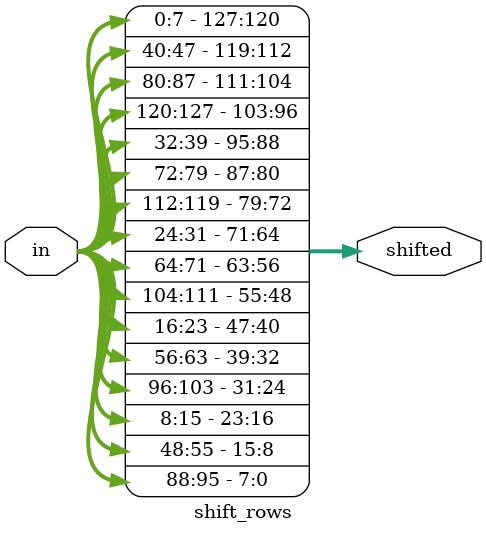
<source format=v>
module shift_rows(in, shifted);
	input [0:127] in;
	output [0:127] shifted;
	
	// First row 
	assign shifted[0+:8] = in[0+:8];
	assign shifted[32+:8] = in[32+:8];
	assign shifted[64+:8] = in[64+:8];
   assign shifted[96+:8] = in[96+:8];
	
	// Second row 
   assign shifted[8+:8] = in[40+:8];
   assign shifted[40+:8] = in[72+:8];
   assign shifted[72+:8] = in[104+:8];
   assign shifted[104+:8] = in[8+:8];
	
	// Third row 
   assign shifted[16+:8] = in[80+:8];
   assign shifted[48+:8] = in[112+:8];
   assign shifted[80+:8] = in[16+:8];
   assign shifted[112+:8] = in[48+:8];
	
	// Fourth row 
   assign shifted[24+:8] = in[120+:8];
   assign shifted[56+:8] = in[24+:8];
   assign shifted[88+:8] = in[56+:8];
   assign shifted[120+:8] = in[88+:8];

endmodule




</source>
